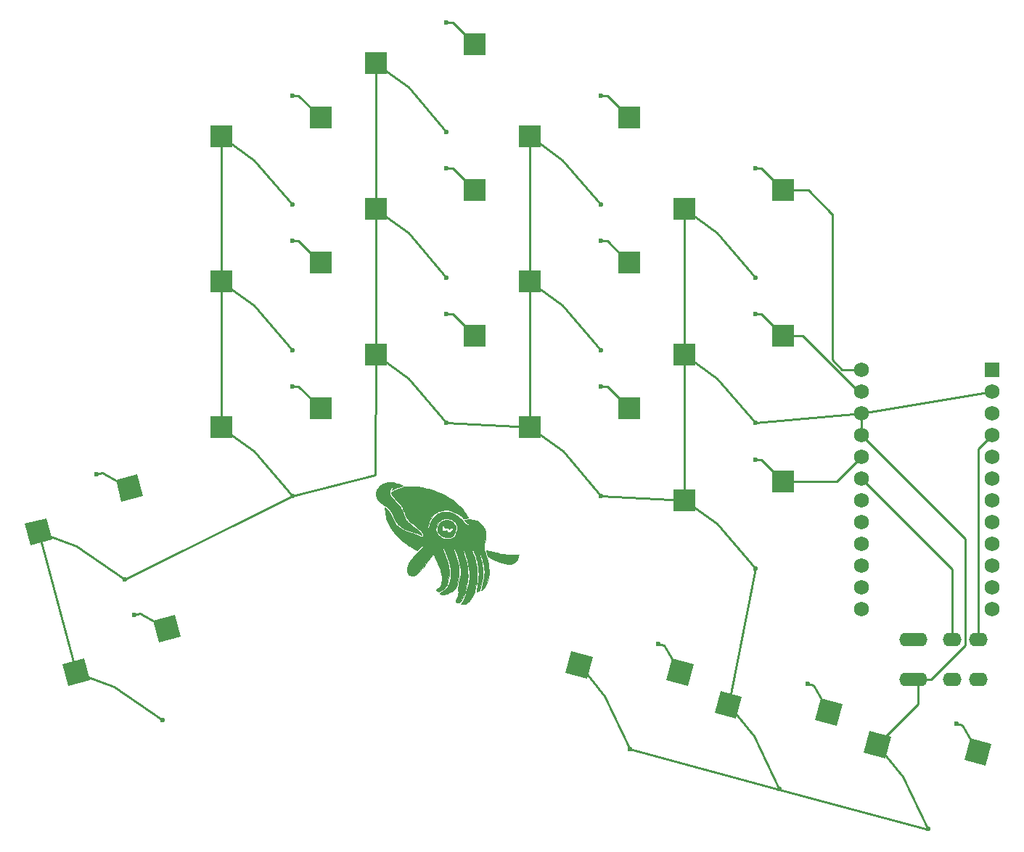
<source format=gbr>
%TF.GenerationSoftware,KiCad,Pcbnew,(5.1.9)-1*%
%TF.CreationDate,2021-04-26T16:03:13+02:00*%
%TF.ProjectId,sepia,73657069-612e-46b6-9963-61645f706362,VERSION_HERE*%
%TF.SameCoordinates,Original*%
%TF.FileFunction,Copper,L1,Top*%
%TF.FilePolarity,Positive*%
%FSLAX46Y46*%
G04 Gerber Fmt 4.6, Leading zero omitted, Abs format (unit mm)*
G04 Created by KiCad (PCBNEW (5.1.9)-1) date 2021-04-26 16:03:13*
%MOMM*%
%LPD*%
G01*
G04 APERTURE LIST*
%TA.AperFunction,EtchedComponent*%
%ADD10C,0.010000*%
%TD*%
%TA.AperFunction,ComponentPad*%
%ADD11O,2.200000X1.600000*%
%TD*%
%TA.AperFunction,ComponentPad*%
%ADD12R,1.752600X1.752600*%
%TD*%
%TA.AperFunction,ComponentPad*%
%ADD13C,1.752600*%
%TD*%
%TA.AperFunction,SMDPad,CuDef*%
%ADD14C,0.150000*%
%TD*%
%TA.AperFunction,ComponentPad*%
%ADD15C,0.600000*%
%TD*%
%TA.AperFunction,SMDPad,CuDef*%
%ADD16R,2.600000X2.600000*%
%TD*%
%TA.AperFunction,Conductor*%
%ADD17C,0.250000*%
%TD*%
G04 APERTURE END LIST*
D10*
%TO.C,G\u002A\u002A\u002A*%
G36*
X80941929Y-82472785D02*
G01*
X80808435Y-82460697D01*
X80677786Y-82472699D01*
X80530260Y-82509447D01*
X80467849Y-82529315D01*
X80272800Y-82619916D01*
X80104426Y-82752518D01*
X79964830Y-82924660D01*
X79856117Y-83133882D01*
X79795581Y-83315659D01*
X79761340Y-83504721D01*
X79766654Y-83674870D01*
X79813868Y-83832749D01*
X79905325Y-83984996D01*
X80043366Y-84138253D01*
X80106201Y-84196086D01*
X80185689Y-84265428D01*
X80247848Y-84314458D01*
X80306016Y-84350112D01*
X80373533Y-84379320D01*
X80463738Y-84409019D01*
X80583852Y-84444367D01*
X80718508Y-84481966D01*
X80817608Y-84505214D01*
X80893686Y-84516121D01*
X80959280Y-84516698D01*
X81005723Y-84512025D01*
X81216461Y-84467971D01*
X81390897Y-84394921D01*
X81537214Y-84288410D01*
X81652623Y-84158905D01*
X81695230Y-84096740D01*
X81729553Y-84031570D01*
X81760706Y-83950733D01*
X81793802Y-83841564D01*
X81820298Y-83743653D01*
X81855689Y-83582317D01*
X81573653Y-83506746D01*
X81544079Y-83595010D01*
X81473226Y-83708688D01*
X81432805Y-83762142D01*
X81326388Y-83868219D01*
X81215467Y-83925811D01*
X81104723Y-83935010D01*
X80998842Y-83895911D01*
X80902506Y-83808607D01*
X80861740Y-83750759D01*
X80815893Y-83676516D01*
X80674149Y-83714822D01*
X80581575Y-83732859D01*
X80496678Y-83737887D01*
X80457205Y-83733194D01*
X80383273Y-83688932D01*
X80323731Y-83605452D01*
X80282683Y-83493283D01*
X80264231Y-83362956D01*
X80268847Y-83249874D01*
X80294926Y-83149220D01*
X80338594Y-83094123D01*
X80394729Y-83084696D01*
X80458212Y-83121057D01*
X80523921Y-83203318D01*
X80546841Y-83243630D01*
X80618401Y-83380113D01*
X80729604Y-83371490D01*
X80872062Y-83375448D01*
X80987843Y-83414947D01*
X81075680Y-83480027D01*
X81156520Y-83555914D01*
X81210838Y-83509668D01*
X81327726Y-83424615D01*
X81425746Y-83383935D01*
X81503492Y-83387901D01*
X81559565Y-83436779D01*
X81562714Y-83442014D01*
X81573653Y-83506746D01*
X81855689Y-83582317D01*
X81867043Y-83530553D01*
X81883724Y-83350750D01*
X81868945Y-83195596D01*
X81821309Y-83056448D01*
X81739417Y-82924661D01*
X81675490Y-82847989D01*
X81544523Y-82721223D01*
X81404361Y-82625619D01*
X81239883Y-82552287D01*
X81097989Y-82508302D01*
X80941929Y-82472785D01*
G37*
X80941929Y-82472785D02*
X80808435Y-82460697D01*
X80677786Y-82472699D01*
X80530260Y-82509447D01*
X80467849Y-82529315D01*
X80272800Y-82619916D01*
X80104426Y-82752518D01*
X79964830Y-82924660D01*
X79856117Y-83133882D01*
X79795581Y-83315659D01*
X79761340Y-83504721D01*
X79766654Y-83674870D01*
X79813868Y-83832749D01*
X79905325Y-83984996D01*
X80043366Y-84138253D01*
X80106201Y-84196086D01*
X80185689Y-84265428D01*
X80247848Y-84314458D01*
X80306016Y-84350112D01*
X80373533Y-84379320D01*
X80463738Y-84409019D01*
X80583852Y-84444367D01*
X80718508Y-84481966D01*
X80817608Y-84505214D01*
X80893686Y-84516121D01*
X80959280Y-84516698D01*
X81005723Y-84512025D01*
X81216461Y-84467971D01*
X81390897Y-84394921D01*
X81537214Y-84288410D01*
X81652623Y-84158905D01*
X81695230Y-84096740D01*
X81729553Y-84031570D01*
X81760706Y-83950733D01*
X81793802Y-83841564D01*
X81820298Y-83743653D01*
X81855689Y-83582317D01*
X81573653Y-83506746D01*
X81544079Y-83595010D01*
X81473226Y-83708688D01*
X81432805Y-83762142D01*
X81326388Y-83868219D01*
X81215467Y-83925811D01*
X81104723Y-83935010D01*
X80998842Y-83895911D01*
X80902506Y-83808607D01*
X80861740Y-83750759D01*
X80815893Y-83676516D01*
X80674149Y-83714822D01*
X80581575Y-83732859D01*
X80496678Y-83737887D01*
X80457205Y-83733194D01*
X80383273Y-83688932D01*
X80323731Y-83605452D01*
X80282683Y-83493283D01*
X80264231Y-83362956D01*
X80268847Y-83249874D01*
X80294926Y-83149220D01*
X80338594Y-83094123D01*
X80394729Y-83084696D01*
X80458212Y-83121057D01*
X80523921Y-83203318D01*
X80546841Y-83243630D01*
X80618401Y-83380113D01*
X80729604Y-83371490D01*
X80872062Y-83375448D01*
X80987843Y-83414947D01*
X81075680Y-83480027D01*
X81156520Y-83555914D01*
X81210838Y-83509668D01*
X81327726Y-83424615D01*
X81425746Y-83383935D01*
X81503492Y-83387901D01*
X81559565Y-83436779D01*
X81562714Y-83442014D01*
X81573653Y-83506746D01*
X81855689Y-83582317D01*
X81867043Y-83530553D01*
X81883724Y-83350750D01*
X81868945Y-83195596D01*
X81821309Y-83056448D01*
X81739417Y-82924661D01*
X81675490Y-82847989D01*
X81544523Y-82721223D01*
X81404361Y-82625619D01*
X81239883Y-82552287D01*
X81097989Y-82508302D01*
X80941929Y-82472785D01*
G36*
X74629881Y-78088476D02*
G01*
X74450076Y-78052006D01*
X74299981Y-78031108D01*
X74230449Y-78027202D01*
X73931983Y-78044980D01*
X73658901Y-78105546D01*
X73407525Y-78210557D01*
X73174171Y-78361662D01*
X72955159Y-78560518D01*
X72893344Y-78627872D01*
X72732099Y-78810356D01*
X72656180Y-79093690D01*
X72623774Y-79217162D01*
X72603838Y-79306432D01*
X72595341Y-79376274D01*
X72597250Y-79441458D01*
X72608534Y-79516757D01*
X72621838Y-79585300D01*
X72678606Y-79811099D01*
X72752144Y-79997057D01*
X72846307Y-80152467D01*
X72870221Y-80183538D01*
X72963536Y-80283853D01*
X73094029Y-80400798D01*
X73253618Y-80527932D01*
X73434225Y-80658809D01*
X73623963Y-80784581D01*
X73831679Y-80923597D01*
X74000437Y-81054993D01*
X74139354Y-81187560D01*
X74257547Y-81330089D01*
X74364133Y-81491372D01*
X74373722Y-81507539D01*
X74442139Y-81632603D01*
X74518485Y-81786239D01*
X74593559Y-81949195D01*
X74658160Y-82102216D01*
X74659628Y-82105915D01*
X74765265Y-82354323D01*
X74870770Y-82561717D01*
X74982228Y-82737503D01*
X75105726Y-82891081D01*
X75247346Y-83031860D01*
X75273980Y-83055475D01*
X75412431Y-83171309D01*
X75547754Y-83272435D01*
X75687469Y-83362651D01*
X75839087Y-83445754D01*
X76010125Y-83525542D01*
X76208100Y-83605811D01*
X76440526Y-83690361D01*
X76711760Y-83781948D01*
X77015948Y-83885781D01*
X77313868Y-83994642D01*
X77591052Y-84103070D01*
X77830825Y-84204617D01*
X77888528Y-84228269D01*
X77911532Y-84227541D01*
X77910951Y-84199995D01*
X77908195Y-84187655D01*
X77873316Y-84097845D01*
X77806430Y-83994234D01*
X77705578Y-83874862D01*
X77568799Y-83737770D01*
X77394134Y-83581000D01*
X77179620Y-83402592D01*
X76923299Y-83200586D01*
X76911195Y-83191252D01*
X76718361Y-83041633D01*
X76561544Y-82917072D01*
X76435679Y-82812751D01*
X76335697Y-82723852D01*
X76256531Y-82645557D01*
X76193115Y-82573044D01*
X76140380Y-82501499D01*
X76093260Y-82426100D01*
X76077448Y-82398429D01*
X76040114Y-82330779D01*
X76006371Y-82266263D01*
X75973078Y-82197687D01*
X75937093Y-82117855D01*
X75895276Y-82019572D01*
X75844483Y-81895643D01*
X75781574Y-81738873D01*
X75703407Y-81542068D01*
X75702168Y-81538941D01*
X75631072Y-81363744D01*
X75565034Y-81213557D01*
X75498971Y-81081059D01*
X75427801Y-80958929D01*
X75346441Y-80839850D01*
X75249809Y-80716501D01*
X75132821Y-80581562D01*
X74990395Y-80427714D01*
X74817449Y-80247638D01*
X74775675Y-80204672D01*
X74622698Y-80046097D01*
X74501906Y-79916480D01*
X74408891Y-79809546D01*
X74339242Y-79719019D01*
X74288550Y-79638626D01*
X74252405Y-79562088D01*
X74226398Y-79483132D01*
X74206119Y-79395482D01*
X74205742Y-79393606D01*
X74185911Y-79281770D01*
X74179798Y-79196321D01*
X74188003Y-79114565D01*
X74211117Y-79013816D01*
X74216208Y-78994535D01*
X74268215Y-78838844D01*
X74329918Y-78720956D01*
X74398455Y-78644536D01*
X74470968Y-78613245D01*
X74511320Y-78616548D01*
X74553761Y-78647737D01*
X74554428Y-78706630D01*
X74513403Y-78792153D01*
X74495451Y-78819294D01*
X74451819Y-78886276D01*
X74421928Y-78939591D01*
X74415487Y-78955428D01*
X74432712Y-78956849D01*
X74486122Y-78936695D01*
X74567722Y-78898470D01*
X74669516Y-78845674D01*
X74683984Y-78837830D01*
X74903599Y-78729761D01*
X75158607Y-78626196D01*
X75455190Y-78524733D01*
X75617142Y-78475180D01*
X75711354Y-78447302D01*
X75431200Y-78334950D01*
X75240054Y-78263752D01*
X75035620Y-78197103D01*
X74828645Y-78137759D01*
X74629881Y-78088476D01*
G37*
X74629881Y-78088476D02*
X74450076Y-78052006D01*
X74299981Y-78031108D01*
X74230449Y-78027202D01*
X73931983Y-78044980D01*
X73658901Y-78105546D01*
X73407525Y-78210557D01*
X73174171Y-78361662D01*
X72955159Y-78560518D01*
X72893344Y-78627872D01*
X72732099Y-78810356D01*
X72656180Y-79093690D01*
X72623774Y-79217162D01*
X72603838Y-79306432D01*
X72595341Y-79376274D01*
X72597250Y-79441458D01*
X72608534Y-79516757D01*
X72621838Y-79585300D01*
X72678606Y-79811099D01*
X72752144Y-79997057D01*
X72846307Y-80152467D01*
X72870221Y-80183538D01*
X72963536Y-80283853D01*
X73094029Y-80400798D01*
X73253618Y-80527932D01*
X73434225Y-80658809D01*
X73623963Y-80784581D01*
X73831679Y-80923597D01*
X74000437Y-81054993D01*
X74139354Y-81187560D01*
X74257547Y-81330089D01*
X74364133Y-81491372D01*
X74373722Y-81507539D01*
X74442139Y-81632603D01*
X74518485Y-81786239D01*
X74593559Y-81949195D01*
X74658160Y-82102216D01*
X74659628Y-82105915D01*
X74765265Y-82354323D01*
X74870770Y-82561717D01*
X74982228Y-82737503D01*
X75105726Y-82891081D01*
X75247346Y-83031860D01*
X75273980Y-83055475D01*
X75412431Y-83171309D01*
X75547754Y-83272435D01*
X75687469Y-83362651D01*
X75839087Y-83445754D01*
X76010125Y-83525542D01*
X76208100Y-83605811D01*
X76440526Y-83690361D01*
X76711760Y-83781948D01*
X77015948Y-83885781D01*
X77313868Y-83994642D01*
X77591052Y-84103070D01*
X77830825Y-84204617D01*
X77888528Y-84228269D01*
X77911532Y-84227541D01*
X77910951Y-84199995D01*
X77908195Y-84187655D01*
X77873316Y-84097845D01*
X77806430Y-83994234D01*
X77705578Y-83874862D01*
X77568799Y-83737770D01*
X77394134Y-83581000D01*
X77179620Y-83402592D01*
X76923299Y-83200586D01*
X76911195Y-83191252D01*
X76718361Y-83041633D01*
X76561544Y-82917072D01*
X76435679Y-82812751D01*
X76335697Y-82723852D01*
X76256531Y-82645557D01*
X76193115Y-82573044D01*
X76140380Y-82501499D01*
X76093260Y-82426100D01*
X76077448Y-82398429D01*
X76040114Y-82330779D01*
X76006371Y-82266263D01*
X75973078Y-82197687D01*
X75937093Y-82117855D01*
X75895276Y-82019572D01*
X75844483Y-81895643D01*
X75781574Y-81738873D01*
X75703407Y-81542068D01*
X75702168Y-81538941D01*
X75631072Y-81363744D01*
X75565034Y-81213557D01*
X75498971Y-81081059D01*
X75427801Y-80958929D01*
X75346441Y-80839850D01*
X75249809Y-80716501D01*
X75132821Y-80581562D01*
X74990395Y-80427714D01*
X74817449Y-80247638D01*
X74775675Y-80204672D01*
X74622698Y-80046097D01*
X74501906Y-79916480D01*
X74408891Y-79809546D01*
X74339242Y-79719019D01*
X74288550Y-79638626D01*
X74252405Y-79562088D01*
X74226398Y-79483132D01*
X74206119Y-79395482D01*
X74205742Y-79393606D01*
X74185911Y-79281770D01*
X74179798Y-79196321D01*
X74188003Y-79114565D01*
X74211117Y-79013816D01*
X74216208Y-78994535D01*
X74268215Y-78838844D01*
X74329918Y-78720956D01*
X74398455Y-78644536D01*
X74470968Y-78613245D01*
X74511320Y-78616548D01*
X74553761Y-78647737D01*
X74554428Y-78706630D01*
X74513403Y-78792153D01*
X74495451Y-78819294D01*
X74451819Y-78886276D01*
X74421928Y-78939591D01*
X74415487Y-78955428D01*
X74432712Y-78956849D01*
X74486122Y-78936695D01*
X74567722Y-78898470D01*
X74669516Y-78845674D01*
X74683984Y-78837830D01*
X74903599Y-78729761D01*
X75158607Y-78626196D01*
X75455190Y-78524733D01*
X75617142Y-78475180D01*
X75711354Y-78447302D01*
X75431200Y-78334950D01*
X75240054Y-78263752D01*
X75035620Y-78197103D01*
X74828645Y-78137759D01*
X74629881Y-78088476D01*
G36*
X89180515Y-86498159D02*
G01*
X89104034Y-86495891D01*
X88995913Y-86494356D01*
X88865733Y-86493717D01*
X88790395Y-86493799D01*
X88482787Y-86494246D01*
X88218026Y-86492893D01*
X87988163Y-86488833D01*
X87785254Y-86481162D01*
X87601354Y-86468972D01*
X87428515Y-86451358D01*
X87258792Y-86427414D01*
X87084238Y-86396234D01*
X86896907Y-86356912D01*
X86688854Y-86308542D01*
X86452131Y-86250218D01*
X86285791Y-86208231D01*
X85419336Y-85988399D01*
X85539124Y-86345101D01*
X85658913Y-86701803D01*
X85908814Y-86848680D01*
X86158508Y-86991923D01*
X86379868Y-87110141D01*
X86585334Y-87208614D01*
X86787340Y-87292625D01*
X86998322Y-87367457D01*
X87230719Y-87438389D01*
X87419806Y-87490416D01*
X87599747Y-87537236D01*
X87740826Y-87571185D01*
X87852800Y-87594119D01*
X87945427Y-87607889D01*
X88028464Y-87614350D01*
X88078124Y-87615492D01*
X88307860Y-87600596D01*
X88506691Y-87550893D01*
X88680173Y-87463007D01*
X88833857Y-87333557D01*
X88973297Y-87159163D01*
X89060150Y-87017934D01*
X89113207Y-86913236D01*
X89159659Y-86802726D01*
X89196495Y-86696404D01*
X89220704Y-86604265D01*
X89229277Y-86536308D01*
X89219205Y-86502532D01*
X89215776Y-86500998D01*
X89180515Y-86498159D01*
G37*
X89180515Y-86498159D02*
X89104034Y-86495891D01*
X88995913Y-86494356D01*
X88865733Y-86493717D01*
X88790395Y-86493799D01*
X88482787Y-86494246D01*
X88218026Y-86492893D01*
X87988163Y-86488833D01*
X87785254Y-86481162D01*
X87601354Y-86468972D01*
X87428515Y-86451358D01*
X87258792Y-86427414D01*
X87084238Y-86396234D01*
X86896907Y-86356912D01*
X86688854Y-86308542D01*
X86452131Y-86250218D01*
X86285791Y-86208231D01*
X85419336Y-85988399D01*
X85539124Y-86345101D01*
X85658913Y-86701803D01*
X85908814Y-86848680D01*
X86158508Y-86991923D01*
X86379868Y-87110141D01*
X86585334Y-87208614D01*
X86787340Y-87292625D01*
X86998322Y-87367457D01*
X87230719Y-87438389D01*
X87419806Y-87490416D01*
X87599747Y-87537236D01*
X87740826Y-87571185D01*
X87852800Y-87594119D01*
X87945427Y-87607889D01*
X88028464Y-87614350D01*
X88078124Y-87615492D01*
X88307860Y-87600596D01*
X88506691Y-87550893D01*
X88680173Y-87463007D01*
X88833857Y-87333557D01*
X88973297Y-87159163D01*
X89060150Y-87017934D01*
X89113207Y-86913236D01*
X89159659Y-86802726D01*
X89196495Y-86696404D01*
X89220704Y-86604265D01*
X89229277Y-86536308D01*
X89219205Y-86502532D01*
X89215776Y-86500998D01*
X89180515Y-86498159D01*
G36*
X78528846Y-78778068D02*
G01*
X78250719Y-78713480D01*
X77979827Y-78658193D01*
X77730633Y-78615628D01*
X77575653Y-78595094D01*
X77399678Y-78577677D01*
X77203687Y-78562036D01*
X76998451Y-78548688D01*
X76794741Y-78538152D01*
X76603328Y-78530945D01*
X76434983Y-78527583D01*
X76300477Y-78528584D01*
X76244799Y-78531184D01*
X76091802Y-78551963D01*
X75904461Y-78593429D01*
X75693030Y-78651953D01*
X75467765Y-78723905D01*
X75238925Y-78805656D01*
X75016763Y-78893576D01*
X74811538Y-78984035D01*
X74633505Y-79073406D01*
X74515053Y-79143297D01*
X74437963Y-79195220D01*
X74395028Y-79232413D01*
X74377105Y-79266711D01*
X74375052Y-79309950D01*
X74375934Y-79323384D01*
X74396252Y-79411761D01*
X74446730Y-79515937D01*
X74529711Y-79639219D01*
X74647536Y-79784912D01*
X74802547Y-79956322D01*
X74886469Y-80044186D01*
X75071098Y-80236059D01*
X75224288Y-80399246D01*
X75350822Y-80540680D01*
X75455483Y-80667294D01*
X75543056Y-80786020D01*
X75618321Y-80903792D01*
X75686062Y-81027543D01*
X75751061Y-81164203D01*
X75818102Y-81320709D01*
X75889798Y-81498517D01*
X75948670Y-81646795D01*
X76006169Y-81791348D01*
X76057527Y-81920204D01*
X76097973Y-82021387D01*
X76115785Y-82065738D01*
X76165171Y-82178113D01*
X76220820Y-82281259D01*
X76287427Y-82380124D01*
X76369690Y-82479657D01*
X76472302Y-82584808D01*
X76599962Y-82700524D01*
X76757362Y-82831752D01*
X76949199Y-82983442D01*
X77088172Y-83090457D01*
X77327129Y-83276708D01*
X77526399Y-83440376D01*
X77689705Y-83585262D01*
X77820774Y-83715164D01*
X77923328Y-83833883D01*
X78001090Y-83945220D01*
X78057789Y-84052973D01*
X78076522Y-84098891D01*
X78113748Y-84213396D01*
X78124617Y-84295154D01*
X78109021Y-84354911D01*
X78073528Y-84397645D01*
X78034770Y-84424667D01*
X77990368Y-84432103D01*
X77923349Y-84420946D01*
X77877624Y-84409134D01*
X77788998Y-84380934D01*
X77674516Y-84338799D01*
X77554348Y-84290287D01*
X77513748Y-84272791D01*
X77423567Y-84235730D01*
X77295569Y-84186697D01*
X77140223Y-84129519D01*
X76967991Y-84068020D01*
X76789344Y-84006024D01*
X76711399Y-83979573D01*
X76431637Y-83883730D01*
X76194304Y-83798296D01*
X75992876Y-83720108D01*
X75820825Y-83646007D01*
X75671629Y-83572829D01*
X75538761Y-83497412D01*
X75415696Y-83416595D01*
X75295910Y-83327217D01*
X75194685Y-83244585D01*
X75041753Y-83107201D01*
X74912912Y-82970118D01*
X74801241Y-82823208D01*
X74699819Y-82656341D01*
X74601724Y-82459389D01*
X74505903Y-82236645D01*
X74377980Y-81939754D01*
X74256743Y-81692435D01*
X74142331Y-81494947D01*
X74053582Y-81370226D01*
X74005423Y-81317481D01*
X73937433Y-81252099D01*
X73859215Y-81182189D01*
X73780372Y-81115858D01*
X73710507Y-81061213D01*
X73659223Y-81026360D01*
X73637000Y-81018548D01*
X73632366Y-81047248D01*
X73635150Y-81117801D01*
X73644236Y-81221985D01*
X73658512Y-81351573D01*
X73676860Y-81498343D01*
X73698167Y-81654069D01*
X73721318Y-81810528D01*
X73745199Y-81959495D01*
X73768695Y-82092745D01*
X73790689Y-82202056D01*
X73805902Y-82264732D01*
X73866746Y-82450783D01*
X73952845Y-82665015D01*
X74058148Y-82895604D01*
X74176603Y-83130727D01*
X74302157Y-83358559D01*
X74428757Y-83567277D01*
X74550352Y-83745055D01*
X74590668Y-83797857D01*
X74802954Y-84050692D01*
X75045613Y-84312943D01*
X75308967Y-84575606D01*
X75583339Y-84829676D01*
X75859055Y-85066148D01*
X76126435Y-85276017D01*
X76343803Y-85429330D01*
X76425169Y-85480228D01*
X76534550Y-85544474D01*
X76663351Y-85617449D01*
X76802980Y-85694532D01*
X76944843Y-85771105D01*
X77080343Y-85842550D01*
X77200890Y-85904247D01*
X77297887Y-85951576D01*
X77362741Y-85979918D01*
X77377208Y-85984761D01*
X77407510Y-85971861D01*
X77467187Y-85930103D01*
X77548578Y-85865392D01*
X77644016Y-85783639D01*
X77680970Y-85750601D01*
X77791486Y-85652219D01*
X77872308Y-85584734D01*
X77930083Y-85543553D01*
X77971461Y-85524085D01*
X78003095Y-85521733D01*
X78010136Y-85523249D01*
X78057972Y-85550780D01*
X78074451Y-85580765D01*
X78057657Y-85611266D01*
X78006426Y-85672654D01*
X77923880Y-85761609D01*
X77813140Y-85874813D01*
X77677326Y-86008946D01*
X77615241Y-86069102D01*
X77328590Y-86352316D01*
X77077312Y-86615000D01*
X76863036Y-86855311D01*
X76687389Y-87071409D01*
X76551999Y-87261453D01*
X76529967Y-87296060D01*
X76476673Y-87384762D01*
X76435097Y-87463956D01*
X76399985Y-87546758D01*
X76366085Y-87646280D01*
X76328140Y-87775636D01*
X76306417Y-87854116D01*
X76267486Y-87999450D01*
X76241356Y-88107810D01*
X76226241Y-88190880D01*
X76220351Y-88260346D01*
X76221899Y-88327893D01*
X76226237Y-88378170D01*
X76252985Y-88517655D01*
X76301389Y-88657603D01*
X76364305Y-88781316D01*
X76434587Y-88872097D01*
X76439593Y-88876782D01*
X76524074Y-88929176D01*
X76638918Y-88968989D01*
X76764310Y-88991579D01*
X76880438Y-88992305D01*
X76911549Y-88987345D01*
X77036763Y-88950182D01*
X77165988Y-88890029D01*
X77301411Y-88804657D01*
X77445218Y-88691840D01*
X77599594Y-88549353D01*
X77766727Y-88374968D01*
X77948804Y-88166459D01*
X78148007Y-87921600D01*
X78366526Y-87638164D01*
X78606546Y-87313925D01*
X78750837Y-87114153D01*
X78882217Y-86931216D01*
X78987607Y-86785643D01*
X79070398Y-86673351D01*
X79133980Y-86590262D01*
X79181747Y-86532295D01*
X79217086Y-86495374D01*
X79243390Y-86475416D01*
X79264050Y-86468342D01*
X79282457Y-86470073D01*
X79285504Y-86470920D01*
X79311130Y-86498283D01*
X79353283Y-86566683D01*
X79409244Y-86670142D01*
X79476301Y-86802681D01*
X79551736Y-86958321D01*
X79632835Y-87131087D01*
X79716880Y-87314997D01*
X79801157Y-87504075D01*
X79882950Y-87692343D01*
X79959544Y-87873822D01*
X80028221Y-88042533D01*
X80086268Y-88192501D01*
X80130968Y-88317744D01*
X80146678Y-88366644D01*
X80238893Y-88741479D01*
X80282456Y-89103554D01*
X80277434Y-89454495D01*
X80223892Y-89795927D01*
X80208348Y-89859440D01*
X80168293Y-90005799D01*
X80130176Y-90114087D01*
X80085597Y-90195974D01*
X80026159Y-90263125D01*
X79943462Y-90327208D01*
X79829109Y-90399891D01*
X79811707Y-90410442D01*
X79684420Y-90496386D01*
X79606124Y-90571687D01*
X79576545Y-90638083D01*
X79595403Y-90697307D01*
X79662423Y-90751096D01*
X79750905Y-90791523D01*
X79894080Y-90846017D01*
X80216302Y-90653784D01*
X80376733Y-90554195D01*
X80508221Y-90461159D01*
X80615772Y-90367245D01*
X80704393Y-90265026D01*
X80779090Y-90147074D01*
X80844871Y-90005960D01*
X80906741Y-89834254D01*
X80969707Y-89624531D01*
X81010703Y-89475087D01*
X81074989Y-89214291D01*
X81118400Y-88980984D01*
X81141130Y-88762570D01*
X81143368Y-88546450D01*
X81125308Y-88320029D01*
X81087139Y-88070709D01*
X81035893Y-87816973D01*
X80989711Y-87618609D01*
X80938054Y-87424184D01*
X80877999Y-87224807D01*
X80806630Y-87011584D01*
X80721025Y-86775625D01*
X80618264Y-86508039D01*
X80546952Y-86328092D01*
X80473682Y-86142009D01*
X80419728Y-85997893D01*
X80383677Y-85891336D01*
X80364113Y-85817925D01*
X80359621Y-85773251D01*
X80363970Y-85757754D01*
X80406324Y-85725113D01*
X80457554Y-85738284D01*
X80512435Y-85794278D01*
X80555093Y-85867147D01*
X80584220Y-85931113D01*
X80627830Y-86032114D01*
X80681640Y-86159978D01*
X80741365Y-86304533D01*
X80797710Y-86443171D01*
X80974526Y-86910689D01*
X81114764Y-87347367D01*
X81218722Y-87757307D01*
X81286698Y-88144610D01*
X81318988Y-88513382D01*
X81315891Y-88867723D01*
X81277700Y-89211736D01*
X81204716Y-89549524D01*
X81097233Y-89885189D01*
X81054768Y-89994891D01*
X80952959Y-90211760D01*
X80832119Y-90397199D01*
X80684455Y-90559696D01*
X80502173Y-90707740D01*
X80277479Y-90849815D01*
X80261337Y-90858979D01*
X80153243Y-90923162D01*
X80085100Y-90973302D01*
X80050551Y-91016238D01*
X80043238Y-91058811D01*
X80049299Y-91087089D01*
X80081665Y-91112161D01*
X80154958Y-91131236D01*
X80259562Y-91143485D01*
X80385864Y-91148071D01*
X80524256Y-91144162D01*
X80618288Y-91136444D01*
X80744348Y-91117376D01*
X80872266Y-91084851D01*
X81012150Y-91035277D01*
X81174110Y-90965066D01*
X81368258Y-90870625D01*
X81371878Y-90868799D01*
X81487772Y-90806587D01*
X81576193Y-90747452D01*
X81655123Y-90677193D01*
X81742543Y-90581614D01*
X81757276Y-90564478D01*
X81839387Y-90465115D01*
X81896538Y-90384372D01*
X81939120Y-90304385D01*
X81977525Y-90207291D01*
X81995851Y-90154328D01*
X82042989Y-89999201D01*
X82091865Y-89811040D01*
X82139808Y-89602963D01*
X82184142Y-89388089D01*
X82222196Y-89179537D01*
X82251296Y-88990426D01*
X82268768Y-88833873D01*
X82270790Y-88805054D01*
X82274045Y-88360312D01*
X82232157Y-87899582D01*
X82146171Y-87428029D01*
X82017131Y-86950819D01*
X81846083Y-86473114D01*
X81756147Y-86260405D01*
X81690651Y-86105289D01*
X81650000Y-85989965D01*
X81633414Y-85910365D01*
X81640109Y-85862417D01*
X81669305Y-85842054D01*
X81675594Y-85841126D01*
X81727491Y-85852901D01*
X81780781Y-85901978D01*
X81839440Y-85992898D01*
X81882948Y-86077868D01*
X82040540Y-86432030D01*
X82168561Y-86781567D01*
X82272894Y-87144509D01*
X82359008Y-87536716D01*
X82416799Y-87881854D01*
X82452190Y-88205478D01*
X82464657Y-88517735D01*
X82453675Y-88828775D01*
X82418720Y-89148740D01*
X82359266Y-89487779D01*
X82274787Y-89856037D01*
X82230154Y-90027701D01*
X82113176Y-90464350D01*
X82162945Y-90667590D01*
X82198238Y-90898491D01*
X82195435Y-91049776D01*
X82186142Y-91129191D01*
X82172575Y-91197135D01*
X82150325Y-91266228D01*
X82114979Y-91349083D01*
X82062126Y-91458317D01*
X82030704Y-91520928D01*
X81959884Y-91663044D01*
X81910324Y-91768474D01*
X81879367Y-91845345D01*
X81864350Y-91901783D01*
X81862613Y-91945917D01*
X81871496Y-91985876D01*
X81875110Y-91996289D01*
X81896836Y-92036336D01*
X81935636Y-92063833D01*
X82005680Y-92087406D01*
X82039030Y-92096033D01*
X82154631Y-92122213D01*
X82236755Y-92129310D01*
X82300562Y-92112903D01*
X82361215Y-92068572D01*
X82433871Y-91991897D01*
X82446951Y-91977096D01*
X82567602Y-91821606D01*
X82678201Y-91638908D01*
X82781054Y-91423862D01*
X82878462Y-91171325D01*
X82972727Y-90876157D01*
X83027622Y-90680602D01*
X83123726Y-90300468D01*
X83199419Y-89945515D01*
X83254510Y-89608735D01*
X83288803Y-89283121D01*
X83302108Y-88961663D01*
X83294229Y-88637353D01*
X83264973Y-88303183D01*
X83214147Y-87952145D01*
X83141558Y-87577229D01*
X83047012Y-87171429D01*
X82930315Y-86727736D01*
X82917229Y-86680324D01*
X82870770Y-86507751D01*
X82831730Y-86353039D01*
X82801647Y-86223024D01*
X82782058Y-86124552D01*
X82774500Y-86064462D01*
X82775787Y-86050765D01*
X82812460Y-86014922D01*
X82864426Y-86014905D01*
X82913501Y-86048330D01*
X82928371Y-86070769D01*
X82951480Y-86128675D01*
X82984177Y-86228355D01*
X83024410Y-86362132D01*
X83070129Y-86522328D01*
X83119285Y-86701269D01*
X83169827Y-86891278D01*
X83219704Y-87084680D01*
X83266867Y-87273796D01*
X83309266Y-87450954D01*
X83344851Y-87608473D01*
X83365548Y-87707663D01*
X83434887Y-88114065D01*
X83475705Y-88499759D01*
X83488578Y-88881010D01*
X83474090Y-89274083D01*
X83435620Y-89672345D01*
X83417240Y-89784971D01*
X83384031Y-89943431D01*
X83336598Y-90145157D01*
X83275545Y-90387583D01*
X83201475Y-90668142D01*
X83199856Y-90674160D01*
X83127686Y-90937925D01*
X83064215Y-91158627D01*
X83006839Y-91342728D01*
X82952956Y-91496690D01*
X82899963Y-91626977D01*
X82845257Y-91740053D01*
X82786235Y-91842378D01*
X82720296Y-91940419D01*
X82654533Y-92028209D01*
X82580631Y-92126990D01*
X82538674Y-92195266D01*
X82526684Y-92240352D01*
X82542685Y-92269561D01*
X82583826Y-92289900D01*
X82649345Y-92301147D01*
X82740755Y-92303203D01*
X82804933Y-92298892D01*
X82968631Y-92258639D01*
X83140869Y-92175115D01*
X83313782Y-92053129D01*
X83479504Y-91897486D01*
X83502168Y-91872745D01*
X83615529Y-91741438D01*
X83712024Y-91616060D01*
X83795250Y-91488981D01*
X83868802Y-91352572D01*
X83936272Y-91199204D01*
X84001256Y-91021247D01*
X84067350Y-90811070D01*
X84138148Y-90561046D01*
X84162328Y-90471582D01*
X84227257Y-90222154D01*
X84277867Y-90008044D01*
X84316033Y-89816414D01*
X84343625Y-89634433D01*
X84362517Y-89449264D01*
X84374583Y-89248074D01*
X84381694Y-89018028D01*
X84382811Y-88960481D01*
X84379385Y-88499555D01*
X84350494Y-88072442D01*
X84293965Y-87667809D01*
X84207620Y-87274321D01*
X84089284Y-86880644D01*
X83936783Y-86475444D01*
X83879876Y-86340254D01*
X83827093Y-86212872D01*
X83795506Y-86123072D01*
X83783021Y-86063284D01*
X83787552Y-86025941D01*
X83791162Y-86019124D01*
X83828857Y-85988511D01*
X83884100Y-85997785D01*
X83927074Y-86036074D01*
X83979929Y-86117117D01*
X84040207Y-86234388D01*
X84105450Y-86381363D01*
X84173201Y-86551514D01*
X84241000Y-86738318D01*
X84306391Y-86935247D01*
X84366915Y-87135779D01*
X84420114Y-87333387D01*
X84463530Y-87521546D01*
X84469930Y-87552971D01*
X84530492Y-87941888D01*
X84565295Y-88361883D01*
X84574626Y-88800416D01*
X84558776Y-89244950D01*
X84518035Y-89682950D01*
X84452691Y-90101879D01*
X84405990Y-90321228D01*
X84369027Y-90479547D01*
X84343217Y-90596069D01*
X84327600Y-90678331D01*
X84321223Y-90733873D01*
X84323125Y-90770233D01*
X84332349Y-90794950D01*
X84343823Y-90810768D01*
X84383029Y-90850213D01*
X84419594Y-90860990D01*
X84465298Y-90840738D01*
X84531917Y-90787096D01*
X84552342Y-90768977D01*
X84668617Y-90664978D01*
X84835995Y-89931667D01*
X84880581Y-89733421D01*
X84922830Y-89540088D01*
X84960935Y-89360375D01*
X84993085Y-89202985D01*
X85017469Y-89076625D01*
X85032278Y-88990000D01*
X85033301Y-88982861D01*
X85057413Y-88757886D01*
X85065660Y-88535036D01*
X85057121Y-88306868D01*
X85030871Y-88065943D01*
X84985988Y-87804818D01*
X84921549Y-87516052D01*
X84836631Y-87192204D01*
X84791424Y-87032814D01*
X84740517Y-86854819D01*
X84703437Y-86719135D01*
X84679063Y-86619525D01*
X84666272Y-86549749D01*
X84663946Y-86503569D01*
X84670962Y-86474745D01*
X84686201Y-86457039D01*
X84687776Y-86455892D01*
X84722450Y-86437842D01*
X84754549Y-86438121D01*
X84785874Y-86460685D01*
X84818218Y-86509491D01*
X84853380Y-86588495D01*
X84893156Y-86701657D01*
X84939343Y-86852930D01*
X84993737Y-87046275D01*
X85049071Y-87251550D01*
X85117100Y-87516940D01*
X85171620Y-87756401D01*
X85212486Y-87977054D01*
X85239559Y-88186019D01*
X85252692Y-88390417D01*
X85251745Y-88597368D01*
X85236573Y-88813993D01*
X85207034Y-89047412D01*
X85162985Y-89304746D01*
X85104282Y-89593114D01*
X85030783Y-89919639D01*
X84992189Y-90083676D01*
X84942716Y-90295735D01*
X84906338Y-90460712D01*
X84882691Y-90580512D01*
X84871412Y-90657038D01*
X84872140Y-90692195D01*
X84875694Y-90695101D01*
X84933350Y-90671327D01*
X85008193Y-90608271D01*
X85095304Y-90512388D01*
X85189765Y-90390135D01*
X85286653Y-90247965D01*
X85381054Y-90092335D01*
X85468044Y-89929700D01*
X85484416Y-89896286D01*
X85565379Y-89703157D01*
X85638782Y-89480714D01*
X85700516Y-89245458D01*
X85746478Y-89013890D01*
X85772562Y-88802511D01*
X85776646Y-88721859D01*
X85774487Y-88355716D01*
X85749525Y-88003608D01*
X85699844Y-87653744D01*
X85623532Y-87294332D01*
X85518673Y-86913583D01*
X85445765Y-86683604D01*
X85391368Y-86518447D01*
X85339253Y-86359494D01*
X85292658Y-86216676D01*
X85254820Y-86099923D01*
X85228977Y-86019164D01*
X85225049Y-86006655D01*
X85197519Y-85902761D01*
X85181510Y-85797963D01*
X85177515Y-85684166D01*
X85186025Y-85553275D01*
X85207534Y-85397192D01*
X85242534Y-85207823D01*
X85286237Y-85001049D01*
X85335019Y-84772946D01*
X85342151Y-84736159D01*
X81994912Y-83839270D01*
X81937688Y-84016086D01*
X81893510Y-84119327D01*
X81776258Y-84307885D01*
X81626302Y-84461296D01*
X81448865Y-84578203D01*
X81249174Y-84657251D01*
X81032453Y-84697084D01*
X80803928Y-84696346D01*
X80568824Y-84653682D01*
X80332367Y-84567737D01*
X80273982Y-84539497D01*
X80082662Y-84421690D01*
X79908534Y-84275209D01*
X79764853Y-84112102D01*
X79705292Y-84022549D01*
X79616878Y-83838806D01*
X79571692Y-83656788D01*
X79569414Y-83468437D01*
X79609722Y-83265694D01*
X79668337Y-83097777D01*
X79784369Y-82859994D01*
X79924495Y-82665634D01*
X80091257Y-82512115D01*
X80287200Y-82396857D01*
X80405640Y-82349755D01*
X80563899Y-82300813D01*
X80697880Y-82273960D01*
X80824341Y-82268832D01*
X80960041Y-82285065D01*
X81121734Y-82322296D01*
X81162653Y-82333321D01*
X81294388Y-82371064D01*
X81390974Y-82403904D01*
X81466821Y-82438089D01*
X81536342Y-82479865D01*
X81592853Y-82519831D01*
X81762481Y-82666013D01*
X81901195Y-82829481D01*
X82002475Y-83001249D01*
X82057237Y-83160013D01*
X82071428Y-83297586D01*
X82064175Y-83466000D01*
X82037872Y-83651234D01*
X81994912Y-83839270D01*
X85342151Y-84736159D01*
X85371387Y-84585329D01*
X85395814Y-84429545D01*
X85408780Y-84296944D01*
X85410765Y-84178872D01*
X85402244Y-84066681D01*
X85383696Y-83951717D01*
X85355600Y-83825331D01*
X85352001Y-83810583D01*
X85277541Y-83566561D01*
X85178694Y-83353548D01*
X85048158Y-83159657D01*
X84878633Y-82973005D01*
X84782613Y-82883689D01*
X84633145Y-82758011D01*
X84494130Y-82659649D01*
X84353734Y-82583289D01*
X84200121Y-82523615D01*
X84021457Y-82475311D01*
X83805906Y-82433061D01*
X83763337Y-82425864D01*
X83622219Y-82403168D01*
X83516608Y-82389366D01*
X83432010Y-82384369D01*
X83353934Y-82388089D01*
X83267887Y-82400436D01*
X83159376Y-82421320D01*
X83155375Y-82422127D01*
X82891236Y-82475464D01*
X82977552Y-82587402D01*
X83066024Y-82690121D01*
X83160604Y-82770710D01*
X83279352Y-82843545D01*
X83336369Y-82873081D01*
X83425008Y-82925931D01*
X83467050Y-82974883D01*
X83465857Y-83025253D01*
X83449952Y-83052831D01*
X83427470Y-83069700D01*
X83388275Y-83069870D01*
X83320678Y-83052120D01*
X83264890Y-83033491D01*
X83154528Y-82988705D01*
X83057965Y-82932460D01*
X82966176Y-82857034D01*
X82870136Y-82754711D01*
X82760823Y-82617768D01*
X82728371Y-82574542D01*
X82551321Y-82355869D01*
X82365517Y-82167934D01*
X82160817Y-82002675D01*
X81927077Y-81852035D01*
X81654154Y-81707952D01*
X81612692Y-81688060D01*
X81362031Y-81583776D01*
X81122585Y-81517209D01*
X80882026Y-81486925D01*
X80628029Y-81491486D01*
X80348267Y-81529456D01*
X80311194Y-81536417D01*
X80093732Y-81588466D01*
X79906670Y-81657953D01*
X79738407Y-81751721D01*
X79577342Y-81876603D01*
X79411875Y-82039440D01*
X79358555Y-82097931D01*
X79252939Y-82219542D01*
X79169156Y-82326424D01*
X79101453Y-82429466D01*
X79044078Y-82539553D01*
X78991277Y-82667572D01*
X78937297Y-82824409D01*
X78883839Y-82996275D01*
X78835826Y-83154229D01*
X78799632Y-83269959D01*
X78772453Y-83349889D01*
X78751480Y-83400446D01*
X78733909Y-83428052D01*
X78716934Y-83439133D01*
X78697749Y-83440114D01*
X78690353Y-83439304D01*
X78653389Y-83424756D01*
X78632331Y-83388443D01*
X78627346Y-83325035D01*
X78638603Y-83229203D01*
X78666267Y-83095616D01*
X78706164Y-82935519D01*
X78753315Y-82764472D01*
X78796258Y-82631458D01*
X78839306Y-82524430D01*
X78886599Y-82431650D01*
X79003817Y-82247708D01*
X79144825Y-82063350D01*
X79301003Y-81887461D01*
X79463727Y-81728934D01*
X79624378Y-81596654D01*
X79774333Y-81499511D01*
X79806924Y-81482821D01*
X79911190Y-81442271D01*
X80051572Y-81401213D01*
X80213521Y-81362807D01*
X80382484Y-81330209D01*
X80543911Y-81306577D01*
X80669424Y-81295646D01*
X80868808Y-81294291D01*
X81056489Y-81311936D01*
X81243726Y-81351326D01*
X81441775Y-81415207D01*
X81661895Y-81506327D01*
X81802872Y-81572140D01*
X82072120Y-81715543D01*
X82312136Y-81874746D01*
X82539509Y-82061667D01*
X82705067Y-82220476D01*
X82787943Y-82304314D01*
X83044343Y-82252276D01*
X83300744Y-82200237D01*
X83231771Y-82051903D01*
X83166132Y-81924150D01*
X83076793Y-81769096D01*
X82971726Y-81599159D01*
X82858906Y-81426753D01*
X82746306Y-81264295D01*
X82641899Y-81124202D01*
X82611787Y-81086450D01*
X82497773Y-80957848D01*
X82351210Y-80809838D01*
X82181888Y-80651084D01*
X81999594Y-80490251D01*
X81814118Y-80336007D01*
X81635247Y-80197018D01*
X81490912Y-80094095D01*
X81147382Y-79877254D01*
X80761680Y-79661180D01*
X80342319Y-79450074D01*
X79897812Y-79248140D01*
X79436669Y-79059583D01*
X79262020Y-78993487D01*
X79048959Y-78921488D01*
X78799747Y-78848544D01*
X78528846Y-78778068D01*
G37*
X78528846Y-78778068D02*
X78250719Y-78713480D01*
X77979827Y-78658193D01*
X77730633Y-78615628D01*
X77575653Y-78595094D01*
X77399678Y-78577677D01*
X77203687Y-78562036D01*
X76998451Y-78548688D01*
X76794741Y-78538152D01*
X76603328Y-78530945D01*
X76434983Y-78527583D01*
X76300477Y-78528584D01*
X76244799Y-78531184D01*
X76091802Y-78551963D01*
X75904461Y-78593429D01*
X75693030Y-78651953D01*
X75467765Y-78723905D01*
X75238925Y-78805656D01*
X75016763Y-78893576D01*
X74811538Y-78984035D01*
X74633505Y-79073406D01*
X74515053Y-79143297D01*
X74437963Y-79195220D01*
X74395028Y-79232413D01*
X74377105Y-79266711D01*
X74375052Y-79309950D01*
X74375934Y-79323384D01*
X74396252Y-79411761D01*
X74446730Y-79515937D01*
X74529711Y-79639219D01*
X74647536Y-79784912D01*
X74802547Y-79956322D01*
X74886469Y-80044186D01*
X75071098Y-80236059D01*
X75224288Y-80399246D01*
X75350822Y-80540680D01*
X75455483Y-80667294D01*
X75543056Y-80786020D01*
X75618321Y-80903792D01*
X75686062Y-81027543D01*
X75751061Y-81164203D01*
X75818102Y-81320709D01*
X75889798Y-81498517D01*
X75948670Y-81646795D01*
X76006169Y-81791348D01*
X76057527Y-81920204D01*
X76097973Y-82021387D01*
X76115785Y-82065738D01*
X76165171Y-82178113D01*
X76220820Y-82281259D01*
X76287427Y-82380124D01*
X76369690Y-82479657D01*
X76472302Y-82584808D01*
X76599962Y-82700524D01*
X76757362Y-82831752D01*
X76949199Y-82983442D01*
X77088172Y-83090457D01*
X77327129Y-83276708D01*
X77526399Y-83440376D01*
X77689705Y-83585262D01*
X77820774Y-83715164D01*
X77923328Y-83833883D01*
X78001090Y-83945220D01*
X78057789Y-84052973D01*
X78076522Y-84098891D01*
X78113748Y-84213396D01*
X78124617Y-84295154D01*
X78109021Y-84354911D01*
X78073528Y-84397645D01*
X78034770Y-84424667D01*
X77990368Y-84432103D01*
X77923349Y-84420946D01*
X77877624Y-84409134D01*
X77788998Y-84380934D01*
X77674516Y-84338799D01*
X77554348Y-84290287D01*
X77513748Y-84272791D01*
X77423567Y-84235730D01*
X77295569Y-84186697D01*
X77140223Y-84129519D01*
X76967991Y-84068020D01*
X76789344Y-84006024D01*
X76711399Y-83979573D01*
X76431637Y-83883730D01*
X76194304Y-83798296D01*
X75992876Y-83720108D01*
X75820825Y-83646007D01*
X75671629Y-83572829D01*
X75538761Y-83497412D01*
X75415696Y-83416595D01*
X75295910Y-83327217D01*
X75194685Y-83244585D01*
X75041753Y-83107201D01*
X74912912Y-82970118D01*
X74801241Y-82823208D01*
X74699819Y-82656341D01*
X74601724Y-82459389D01*
X74505903Y-82236645D01*
X74377980Y-81939754D01*
X74256743Y-81692435D01*
X74142331Y-81494947D01*
X74053582Y-81370226D01*
X74005423Y-81317481D01*
X73937433Y-81252099D01*
X73859215Y-81182189D01*
X73780372Y-81115858D01*
X73710507Y-81061213D01*
X73659223Y-81026360D01*
X73637000Y-81018548D01*
X73632366Y-81047248D01*
X73635150Y-81117801D01*
X73644236Y-81221985D01*
X73658512Y-81351573D01*
X73676860Y-81498343D01*
X73698167Y-81654069D01*
X73721318Y-81810528D01*
X73745199Y-81959495D01*
X73768695Y-82092745D01*
X73790689Y-82202056D01*
X73805902Y-82264732D01*
X73866746Y-82450783D01*
X73952845Y-82665015D01*
X74058148Y-82895604D01*
X74176603Y-83130727D01*
X74302157Y-83358559D01*
X74428757Y-83567277D01*
X74550352Y-83745055D01*
X74590668Y-83797857D01*
X74802954Y-84050692D01*
X75045613Y-84312943D01*
X75308967Y-84575606D01*
X75583339Y-84829676D01*
X75859055Y-85066148D01*
X76126435Y-85276017D01*
X76343803Y-85429330D01*
X76425169Y-85480228D01*
X76534550Y-85544474D01*
X76663351Y-85617449D01*
X76802980Y-85694532D01*
X76944843Y-85771105D01*
X77080343Y-85842550D01*
X77200890Y-85904247D01*
X77297887Y-85951576D01*
X77362741Y-85979918D01*
X77377208Y-85984761D01*
X77407510Y-85971861D01*
X77467187Y-85930103D01*
X77548578Y-85865392D01*
X77644016Y-85783639D01*
X77680970Y-85750601D01*
X77791486Y-85652219D01*
X77872308Y-85584734D01*
X77930083Y-85543553D01*
X77971461Y-85524085D01*
X78003095Y-85521733D01*
X78010136Y-85523249D01*
X78057972Y-85550780D01*
X78074451Y-85580765D01*
X78057657Y-85611266D01*
X78006426Y-85672654D01*
X77923880Y-85761609D01*
X77813140Y-85874813D01*
X77677326Y-86008946D01*
X77615241Y-86069102D01*
X77328590Y-86352316D01*
X77077312Y-86615000D01*
X76863036Y-86855311D01*
X76687389Y-87071409D01*
X76551999Y-87261453D01*
X76529967Y-87296060D01*
X76476673Y-87384762D01*
X76435097Y-87463956D01*
X76399985Y-87546758D01*
X76366085Y-87646280D01*
X76328140Y-87775636D01*
X76306417Y-87854116D01*
X76267486Y-87999450D01*
X76241356Y-88107810D01*
X76226241Y-88190880D01*
X76220351Y-88260346D01*
X76221899Y-88327893D01*
X76226237Y-88378170D01*
X76252985Y-88517655D01*
X76301389Y-88657603D01*
X76364305Y-88781316D01*
X76434587Y-88872097D01*
X76439593Y-88876782D01*
X76524074Y-88929176D01*
X76638918Y-88968989D01*
X76764310Y-88991579D01*
X76880438Y-88992305D01*
X76911549Y-88987345D01*
X77036763Y-88950182D01*
X77165988Y-88890029D01*
X77301411Y-88804657D01*
X77445218Y-88691840D01*
X77599594Y-88549353D01*
X77766727Y-88374968D01*
X77948804Y-88166459D01*
X78148007Y-87921600D01*
X78366526Y-87638164D01*
X78606546Y-87313925D01*
X78750837Y-87114153D01*
X78882217Y-86931216D01*
X78987607Y-86785643D01*
X79070398Y-86673351D01*
X79133980Y-86590262D01*
X79181747Y-86532295D01*
X79217086Y-86495374D01*
X79243390Y-86475416D01*
X79264050Y-86468342D01*
X79282457Y-86470073D01*
X79285504Y-86470920D01*
X79311130Y-86498283D01*
X79353283Y-86566683D01*
X79409244Y-86670142D01*
X79476301Y-86802681D01*
X79551736Y-86958321D01*
X79632835Y-87131087D01*
X79716880Y-87314997D01*
X79801157Y-87504075D01*
X79882950Y-87692343D01*
X79959544Y-87873822D01*
X80028221Y-88042533D01*
X80086268Y-88192501D01*
X80130968Y-88317744D01*
X80146678Y-88366644D01*
X80238893Y-88741479D01*
X80282456Y-89103554D01*
X80277434Y-89454495D01*
X80223892Y-89795927D01*
X80208348Y-89859440D01*
X80168293Y-90005799D01*
X80130176Y-90114087D01*
X80085597Y-90195974D01*
X80026159Y-90263125D01*
X79943462Y-90327208D01*
X79829109Y-90399891D01*
X79811707Y-90410442D01*
X79684420Y-90496386D01*
X79606124Y-90571687D01*
X79576545Y-90638083D01*
X79595403Y-90697307D01*
X79662423Y-90751096D01*
X79750905Y-90791523D01*
X79894080Y-90846017D01*
X80216302Y-90653784D01*
X80376733Y-90554195D01*
X80508221Y-90461159D01*
X80615772Y-90367245D01*
X80704393Y-90265026D01*
X80779090Y-90147074D01*
X80844871Y-90005960D01*
X80906741Y-89834254D01*
X80969707Y-89624531D01*
X81010703Y-89475087D01*
X81074989Y-89214291D01*
X81118400Y-88980984D01*
X81141130Y-88762570D01*
X81143368Y-88546450D01*
X81125308Y-88320029D01*
X81087139Y-88070709D01*
X81035893Y-87816973D01*
X80989711Y-87618609D01*
X80938054Y-87424184D01*
X80877999Y-87224807D01*
X80806630Y-87011584D01*
X80721025Y-86775625D01*
X80618264Y-86508039D01*
X80546952Y-86328092D01*
X80473682Y-86142009D01*
X80419728Y-85997893D01*
X80383677Y-85891336D01*
X80364113Y-85817925D01*
X80359621Y-85773251D01*
X80363970Y-85757754D01*
X80406324Y-85725113D01*
X80457554Y-85738284D01*
X80512435Y-85794278D01*
X80555093Y-85867147D01*
X80584220Y-85931113D01*
X80627830Y-86032114D01*
X80681640Y-86159978D01*
X80741365Y-86304533D01*
X80797710Y-86443171D01*
X80974526Y-86910689D01*
X81114764Y-87347367D01*
X81218722Y-87757307D01*
X81286698Y-88144610D01*
X81318988Y-88513382D01*
X81315891Y-88867723D01*
X81277700Y-89211736D01*
X81204716Y-89549524D01*
X81097233Y-89885189D01*
X81054768Y-89994891D01*
X80952959Y-90211760D01*
X80832119Y-90397199D01*
X80684455Y-90559696D01*
X80502173Y-90707740D01*
X80277479Y-90849815D01*
X80261337Y-90858979D01*
X80153243Y-90923162D01*
X80085100Y-90973302D01*
X80050551Y-91016238D01*
X80043238Y-91058811D01*
X80049299Y-91087089D01*
X80081665Y-91112161D01*
X80154958Y-91131236D01*
X80259562Y-91143485D01*
X80385864Y-91148071D01*
X80524256Y-91144162D01*
X80618288Y-91136444D01*
X80744348Y-91117376D01*
X80872266Y-91084851D01*
X81012150Y-91035277D01*
X81174110Y-90965066D01*
X81368258Y-90870625D01*
X81371878Y-90868799D01*
X81487772Y-90806587D01*
X81576193Y-90747452D01*
X81655123Y-90677193D01*
X81742543Y-90581614D01*
X81757276Y-90564478D01*
X81839387Y-90465115D01*
X81896538Y-90384372D01*
X81939120Y-90304385D01*
X81977525Y-90207291D01*
X81995851Y-90154328D01*
X82042989Y-89999201D01*
X82091865Y-89811040D01*
X82139808Y-89602963D01*
X82184142Y-89388089D01*
X82222196Y-89179537D01*
X82251296Y-88990426D01*
X82268768Y-88833873D01*
X82270790Y-88805054D01*
X82274045Y-88360312D01*
X82232157Y-87899582D01*
X82146171Y-87428029D01*
X82017131Y-86950819D01*
X81846083Y-86473114D01*
X81756147Y-86260405D01*
X81690651Y-86105289D01*
X81650000Y-85989965D01*
X81633414Y-85910365D01*
X81640109Y-85862417D01*
X81669305Y-85842054D01*
X81675594Y-85841126D01*
X81727491Y-85852901D01*
X81780781Y-85901978D01*
X81839440Y-85992898D01*
X81882948Y-86077868D01*
X82040540Y-86432030D01*
X82168561Y-86781567D01*
X82272894Y-87144509D01*
X82359008Y-87536716D01*
X82416799Y-87881854D01*
X82452190Y-88205478D01*
X82464657Y-88517735D01*
X82453675Y-88828775D01*
X82418720Y-89148740D01*
X82359266Y-89487779D01*
X82274787Y-89856037D01*
X82230154Y-90027701D01*
X82113176Y-90464350D01*
X82162945Y-90667590D01*
X82198238Y-90898491D01*
X82195435Y-91049776D01*
X82186142Y-91129191D01*
X82172575Y-91197135D01*
X82150325Y-91266228D01*
X82114979Y-91349083D01*
X82062126Y-91458317D01*
X82030704Y-91520928D01*
X81959884Y-91663044D01*
X81910324Y-91768474D01*
X81879367Y-91845345D01*
X81864350Y-91901783D01*
X81862613Y-91945917D01*
X81871496Y-91985876D01*
X81875110Y-91996289D01*
X81896836Y-92036336D01*
X81935636Y-92063833D01*
X82005680Y-92087406D01*
X82039030Y-92096033D01*
X82154631Y-92122213D01*
X82236755Y-92129310D01*
X82300562Y-92112903D01*
X82361215Y-92068572D01*
X82433871Y-91991897D01*
X82446951Y-91977096D01*
X82567602Y-91821606D01*
X82678201Y-91638908D01*
X82781054Y-91423862D01*
X82878462Y-91171325D01*
X82972727Y-90876157D01*
X83027622Y-90680602D01*
X83123726Y-90300468D01*
X83199419Y-89945515D01*
X83254510Y-89608735D01*
X83288803Y-89283121D01*
X83302108Y-88961663D01*
X83294229Y-88637353D01*
X83264973Y-88303183D01*
X83214147Y-87952145D01*
X83141558Y-87577229D01*
X83047012Y-87171429D01*
X82930315Y-86727736D01*
X82917229Y-86680324D01*
X82870770Y-86507751D01*
X82831730Y-86353039D01*
X82801647Y-86223024D01*
X82782058Y-86124552D01*
X82774500Y-86064462D01*
X82775787Y-86050765D01*
X82812460Y-86014922D01*
X82864426Y-86014905D01*
X82913501Y-86048330D01*
X82928371Y-86070769D01*
X82951480Y-86128675D01*
X82984177Y-86228355D01*
X83024410Y-86362132D01*
X83070129Y-86522328D01*
X83119285Y-86701269D01*
X83169827Y-86891278D01*
X83219704Y-87084680D01*
X83266867Y-87273796D01*
X83309266Y-87450954D01*
X83344851Y-87608473D01*
X83365548Y-87707663D01*
X83434887Y-88114065D01*
X83475705Y-88499759D01*
X83488578Y-88881010D01*
X83474090Y-89274083D01*
X83435620Y-89672345D01*
X83417240Y-89784971D01*
X83384031Y-89943431D01*
X83336598Y-90145157D01*
X83275545Y-90387583D01*
X83201475Y-90668142D01*
X83199856Y-90674160D01*
X83127686Y-90937925D01*
X83064215Y-91158627D01*
X83006839Y-91342728D01*
X82952956Y-91496690D01*
X82899963Y-91626977D01*
X82845257Y-91740053D01*
X82786235Y-91842378D01*
X82720296Y-91940419D01*
X82654533Y-92028209D01*
X82580631Y-92126990D01*
X82538674Y-92195266D01*
X82526684Y-92240352D01*
X82542685Y-92269561D01*
X82583826Y-92289900D01*
X82649345Y-92301147D01*
X82740755Y-92303203D01*
X82804933Y-92298892D01*
X82968631Y-92258639D01*
X83140869Y-92175115D01*
X83313782Y-92053129D01*
X83479504Y-91897486D01*
X83502168Y-91872745D01*
X83615529Y-91741438D01*
X83712024Y-91616060D01*
X83795250Y-91488981D01*
X83868802Y-91352572D01*
X83936272Y-91199204D01*
X84001256Y-91021247D01*
X84067350Y-90811070D01*
X84138148Y-90561046D01*
X84162328Y-90471582D01*
X84227257Y-90222154D01*
X84277867Y-90008044D01*
X84316033Y-89816414D01*
X84343625Y-89634433D01*
X84362517Y-89449264D01*
X84374583Y-89248074D01*
X84381694Y-89018028D01*
X84382811Y-88960481D01*
X84379385Y-88499555D01*
X84350494Y-88072442D01*
X84293965Y-87667809D01*
X84207620Y-87274321D01*
X84089284Y-86880644D01*
X83936783Y-86475444D01*
X83879876Y-86340254D01*
X83827093Y-86212872D01*
X83795506Y-86123072D01*
X83783021Y-86063284D01*
X83787552Y-86025941D01*
X83791162Y-86019124D01*
X83828857Y-85988511D01*
X83884100Y-85997785D01*
X83927074Y-86036074D01*
X83979929Y-86117117D01*
X84040207Y-86234388D01*
X84105450Y-86381363D01*
X84173201Y-86551514D01*
X84241000Y-86738318D01*
X84306391Y-86935247D01*
X84366915Y-87135779D01*
X84420114Y-87333387D01*
X84463530Y-87521546D01*
X84469930Y-87552971D01*
X84530492Y-87941888D01*
X84565295Y-88361883D01*
X84574626Y-88800416D01*
X84558776Y-89244950D01*
X84518035Y-89682950D01*
X84452691Y-90101879D01*
X84405990Y-90321228D01*
X84369027Y-90479547D01*
X84343217Y-90596069D01*
X84327600Y-90678331D01*
X84321223Y-90733873D01*
X84323125Y-90770233D01*
X84332349Y-90794950D01*
X84343823Y-90810768D01*
X84383029Y-90850213D01*
X84419594Y-90860990D01*
X84465298Y-90840738D01*
X84531917Y-90787096D01*
X84552342Y-90768977D01*
X84668617Y-90664978D01*
X84835995Y-89931667D01*
X84880581Y-89733421D01*
X84922830Y-89540088D01*
X84960935Y-89360375D01*
X84993085Y-89202985D01*
X85017469Y-89076625D01*
X85032278Y-88990000D01*
X85033301Y-88982861D01*
X85057413Y-88757886D01*
X85065660Y-88535036D01*
X85057121Y-88306868D01*
X85030871Y-88065943D01*
X84985988Y-87804818D01*
X84921549Y-87516052D01*
X84836631Y-87192204D01*
X84791424Y-87032814D01*
X84740517Y-86854819D01*
X84703437Y-86719135D01*
X84679063Y-86619525D01*
X84666272Y-86549749D01*
X84663946Y-86503569D01*
X84670962Y-86474745D01*
X84686201Y-86457039D01*
X84687776Y-86455892D01*
X84722450Y-86437842D01*
X84754549Y-86438121D01*
X84785874Y-86460685D01*
X84818218Y-86509491D01*
X84853380Y-86588495D01*
X84893156Y-86701657D01*
X84939343Y-86852930D01*
X84993737Y-87046275D01*
X85049071Y-87251550D01*
X85117100Y-87516940D01*
X85171620Y-87756401D01*
X85212486Y-87977054D01*
X85239559Y-88186019D01*
X85252692Y-88390417D01*
X85251745Y-88597368D01*
X85236573Y-88813993D01*
X85207034Y-89047412D01*
X85162985Y-89304746D01*
X85104282Y-89593114D01*
X85030783Y-89919639D01*
X84992189Y-90083676D01*
X84942716Y-90295735D01*
X84906338Y-90460712D01*
X84882691Y-90580512D01*
X84871412Y-90657038D01*
X84872140Y-90692195D01*
X84875694Y-90695101D01*
X84933350Y-90671327D01*
X85008193Y-90608271D01*
X85095304Y-90512388D01*
X85189765Y-90390135D01*
X85286653Y-90247965D01*
X85381054Y-90092335D01*
X85468044Y-89929700D01*
X85484416Y-89896286D01*
X85565379Y-89703157D01*
X85638782Y-89480714D01*
X85700516Y-89245458D01*
X85746478Y-89013890D01*
X85772562Y-88802511D01*
X85776646Y-88721859D01*
X85774487Y-88355716D01*
X85749525Y-88003608D01*
X85699844Y-87653744D01*
X85623532Y-87294332D01*
X85518673Y-86913583D01*
X85445765Y-86683604D01*
X85391368Y-86518447D01*
X85339253Y-86359494D01*
X85292658Y-86216676D01*
X85254820Y-86099923D01*
X85228977Y-86019164D01*
X85225049Y-86006655D01*
X85197519Y-85902761D01*
X85181510Y-85797963D01*
X85177515Y-85684166D01*
X85186025Y-85553275D01*
X85207534Y-85397192D01*
X85242534Y-85207823D01*
X85286237Y-85001049D01*
X85335019Y-84772946D01*
X85342151Y-84736159D01*
X81994912Y-83839270D01*
X81937688Y-84016086D01*
X81893510Y-84119327D01*
X81776258Y-84307885D01*
X81626302Y-84461296D01*
X81448865Y-84578203D01*
X81249174Y-84657251D01*
X81032453Y-84697084D01*
X80803928Y-84696346D01*
X80568824Y-84653682D01*
X80332367Y-84567737D01*
X80273982Y-84539497D01*
X80082662Y-84421690D01*
X79908534Y-84275209D01*
X79764853Y-84112102D01*
X79705292Y-84022549D01*
X79616878Y-83838806D01*
X79571692Y-83656788D01*
X79569414Y-83468437D01*
X79609722Y-83265694D01*
X79668337Y-83097777D01*
X79784369Y-82859994D01*
X79924495Y-82665634D01*
X80091257Y-82512115D01*
X80287200Y-82396857D01*
X80405640Y-82349755D01*
X80563899Y-82300813D01*
X80697880Y-82273960D01*
X80824341Y-82268832D01*
X80960041Y-82285065D01*
X81121734Y-82322296D01*
X81162653Y-82333321D01*
X81294388Y-82371064D01*
X81390974Y-82403904D01*
X81466821Y-82438089D01*
X81536342Y-82479865D01*
X81592853Y-82519831D01*
X81762481Y-82666013D01*
X81901195Y-82829481D01*
X82002475Y-83001249D01*
X82057237Y-83160013D01*
X82071428Y-83297586D01*
X82064175Y-83466000D01*
X82037872Y-83651234D01*
X81994912Y-83839270D01*
X85342151Y-84736159D01*
X85371387Y-84585329D01*
X85395814Y-84429545D01*
X85408780Y-84296944D01*
X85410765Y-84178872D01*
X85402244Y-84066681D01*
X85383696Y-83951717D01*
X85355600Y-83825331D01*
X85352001Y-83810583D01*
X85277541Y-83566561D01*
X85178694Y-83353548D01*
X85048158Y-83159657D01*
X84878633Y-82973005D01*
X84782613Y-82883689D01*
X84633145Y-82758011D01*
X84494130Y-82659649D01*
X84353734Y-82583289D01*
X84200121Y-82523615D01*
X84021457Y-82475311D01*
X83805906Y-82433061D01*
X83763337Y-82425864D01*
X83622219Y-82403168D01*
X83516608Y-82389366D01*
X83432010Y-82384369D01*
X83353934Y-82388089D01*
X83267887Y-82400436D01*
X83159376Y-82421320D01*
X83155375Y-82422127D01*
X82891236Y-82475464D01*
X82977552Y-82587402D01*
X83066024Y-82690121D01*
X83160604Y-82770710D01*
X83279352Y-82843545D01*
X83336369Y-82873081D01*
X83425008Y-82925931D01*
X83467050Y-82974883D01*
X83465857Y-83025253D01*
X83449952Y-83052831D01*
X83427470Y-83069700D01*
X83388275Y-83069870D01*
X83320678Y-83052120D01*
X83264890Y-83033491D01*
X83154528Y-82988705D01*
X83057965Y-82932460D01*
X82966176Y-82857034D01*
X82870136Y-82754711D01*
X82760823Y-82617768D01*
X82728371Y-82574542D01*
X82551321Y-82355869D01*
X82365517Y-82167934D01*
X82160817Y-82002675D01*
X81927077Y-81852035D01*
X81654154Y-81707952D01*
X81612692Y-81688060D01*
X81362031Y-81583776D01*
X81122585Y-81517209D01*
X80882026Y-81486925D01*
X80628029Y-81491486D01*
X80348267Y-81529456D01*
X80311194Y-81536417D01*
X80093732Y-81588466D01*
X79906670Y-81657953D01*
X79738407Y-81751721D01*
X79577342Y-81876603D01*
X79411875Y-82039440D01*
X79358555Y-82097931D01*
X79252939Y-82219542D01*
X79169156Y-82326424D01*
X79101453Y-82429466D01*
X79044078Y-82539553D01*
X78991277Y-82667572D01*
X78937297Y-82824409D01*
X78883839Y-82996275D01*
X78835826Y-83154229D01*
X78799632Y-83269959D01*
X78772453Y-83349889D01*
X78751480Y-83400446D01*
X78733909Y-83428052D01*
X78716934Y-83439133D01*
X78697749Y-83440114D01*
X78690353Y-83439304D01*
X78653389Y-83424756D01*
X78632331Y-83388443D01*
X78627346Y-83325035D01*
X78638603Y-83229203D01*
X78666267Y-83095616D01*
X78706164Y-82935519D01*
X78753315Y-82764472D01*
X78796258Y-82631458D01*
X78839306Y-82524430D01*
X78886599Y-82431650D01*
X79003817Y-82247708D01*
X79144825Y-82063350D01*
X79301003Y-81887461D01*
X79463727Y-81728934D01*
X79624378Y-81596654D01*
X79774333Y-81499511D01*
X79806924Y-81482821D01*
X79911190Y-81442271D01*
X80051572Y-81401213D01*
X80213521Y-81362807D01*
X80382484Y-81330209D01*
X80543911Y-81306577D01*
X80669424Y-81295646D01*
X80868808Y-81294291D01*
X81056489Y-81311936D01*
X81243726Y-81351326D01*
X81441775Y-81415207D01*
X81661895Y-81506327D01*
X81802872Y-81572140D01*
X82072120Y-81715543D01*
X82312136Y-81874746D01*
X82539509Y-82061667D01*
X82705067Y-82220476D01*
X82787943Y-82304314D01*
X83044343Y-82252276D01*
X83300744Y-82200237D01*
X83231771Y-82051903D01*
X83166132Y-81924150D01*
X83076793Y-81769096D01*
X82971726Y-81599159D01*
X82858906Y-81426753D01*
X82746306Y-81264295D01*
X82641899Y-81124202D01*
X82611787Y-81086450D01*
X82497773Y-80957848D01*
X82351210Y-80809838D01*
X82181888Y-80651084D01*
X81999594Y-80490251D01*
X81814118Y-80336007D01*
X81635247Y-80197018D01*
X81490912Y-80094095D01*
X81147382Y-79877254D01*
X80761680Y-79661180D01*
X80342319Y-79450074D01*
X79897812Y-79248140D01*
X79436669Y-79059583D01*
X79262020Y-78993487D01*
X79048959Y-78921488D01*
X78799747Y-78848544D01*
X78528846Y-78778068D01*
%TD*%
D11*
%TO.P,REF\u002A\u002A,1*%
%TO.N,GND*%
X134721706Y-96449587D03*
%TO.P,REF\u002A\u002A,2*%
X135821706Y-101049587D03*
%TO.P,REF\u002A\u002A,3*%
%TO.N,P3*%
X139821706Y-101049587D03*
%TO.P,REF\u002A\u002A,4*%
%TO.N,VCC*%
X142821706Y-101049587D03*
%TO.P,REF\u002A\u002A,1*%
%TO.N,GND*%
X134721706Y-101049587D03*
%TO.P,REF\u002A\u002A,2*%
X135821706Y-96449587D03*
%TO.P,REF\u002A\u002A,3*%
%TO.N,P3*%
X139821706Y-96449587D03*
%TO.P,REF\u002A\u002A,4*%
%TO.N,VCC*%
X142821706Y-96449587D03*
%TD*%
D12*
%TO.P,,1*%
%TO.N,RAW*%
X144458180Y-64921713D03*
D13*
%TO.P,,2*%
%TO.N,GND*%
X144458180Y-67461713D03*
%TO.P,,3*%
%TO.N,RST*%
X144458180Y-70001713D03*
%TO.P,,4*%
%TO.N,VCC*%
X144458180Y-72541713D03*
%TO.P,,5*%
%TO.N,P21*%
X144458180Y-75081713D03*
%TO.P,,6*%
%TO.N,P20*%
X144458180Y-77621713D03*
%TO.P,,7*%
%TO.N,P19*%
X144458180Y-80161713D03*
%TO.P,,8*%
%TO.N,P18*%
X144458180Y-82701713D03*
%TO.P,,9*%
%TO.N,P15*%
X144458180Y-85241713D03*
%TO.P,,10*%
%TO.N,P14*%
X144458180Y-87781713D03*
%TO.P,,11*%
%TO.N,P16*%
X144458180Y-90321713D03*
%TO.P,,12*%
%TO.N,P10*%
X144458180Y-92861713D03*
%TO.P,,13*%
%TO.N,P1*%
X129218180Y-64921713D03*
%TO.P,,14*%
%TO.N,P0*%
X129218180Y-67461713D03*
%TO.P,,15*%
%TO.N,GND*%
X129218180Y-70001713D03*
%TO.P,,16*%
X129218180Y-72541713D03*
%TO.P,,17*%
%TO.N,P2*%
X129218180Y-75081713D03*
%TO.P,,18*%
%TO.N,P3*%
X129218180Y-77621713D03*
%TO.P,,19*%
%TO.N,P4*%
X129218180Y-80161713D03*
%TO.P,,20*%
%TO.N,P5*%
X129218180Y-82701713D03*
%TO.P,,21*%
%TO.N,P6*%
X129218180Y-85241713D03*
%TO.P,,22*%
%TO.N,P7*%
X129218180Y-87781713D03*
%TO.P,,23*%
%TO.N,P8*%
X129218180Y-90321713D03*
%TO.P,,24*%
%TO.N,P9*%
X129218180Y-92861713D03*
%TD*%
%TA.AperFunction,SMDPad,CuDef*%
D14*
%TO.P,S1,1*%
%TO.N,P15*%
G36*
X47308949Y-96738343D02*
G01*
X46636020Y-94226936D01*
X49147427Y-93554007D01*
X49820356Y-96065414D01*
X47308949Y-96738343D01*
G37*
%TD.AperFunction*%
%TA.AperFunction,SMDPad,CuDef*%
%TO.P,S1,2*%
%TO.N,GND*%
G36*
X36721907Y-101852740D02*
G01*
X36048978Y-99341333D01*
X38560385Y-98668404D01*
X39233314Y-101179811D01*
X36721907Y-101852740D01*
G37*
%TD.AperFunction*%
%TD*%
D15*
%TO.P,REF\u002A\u002A,1*%
%TO.N,P15*%
X44404792Y-93530696D03*
%TD*%
%TO.P,REF\u002A\u002A,1*%
%TO.N,GND*%
X47704735Y-105846251D03*
%TD*%
%TA.AperFunction,SMDPad,CuDef*%
D14*
%TO.P,S2,1*%
%TO.N,P18*%
G36*
X42909025Y-80317604D02*
G01*
X42236096Y-77806197D01*
X44747503Y-77133268D01*
X45420432Y-79644675D01*
X42909025Y-80317604D01*
G37*
%TD.AperFunction*%
%TA.AperFunction,SMDPad,CuDef*%
%TO.P,S2,2*%
%TO.N,GND*%
G36*
X32321983Y-85432001D02*
G01*
X31649054Y-82920594D01*
X34160461Y-82247665D01*
X34833390Y-84759072D01*
X32321983Y-85432001D01*
G37*
%TD.AperFunction*%
%TD*%
D15*
%TO.P,REF\u002A\u002A,1*%
%TO.N,P18*%
X40004868Y-77109957D03*
%TD*%
%TO.P,REF\u002A\u002A,1*%
%TO.N,GND*%
X43304811Y-89425511D03*
%TD*%
D16*
%TO.P,S3,1*%
%TO.N,P21*%
X66113180Y-69441713D03*
%TO.P,S3,2*%
%TO.N,GND*%
X54563180Y-71641713D03*
%TD*%
D15*
%TO.P,REF\u002A\u002A,1*%
%TO.N,P21*%
X62838180Y-66891713D03*
%TD*%
%TO.P,REF\u002A\u002A,1*%
%TO.N,GND*%
X62838180Y-79641713D03*
%TD*%
D16*
%TO.P,S4,1*%
%TO.N,P20*%
X66113180Y-52441713D03*
%TO.P,S4,2*%
%TO.N,GND*%
X54563180Y-54641713D03*
%TD*%
D15*
%TO.P,REF\u002A\u002A,1*%
%TO.N,P20*%
X62838180Y-49891713D03*
%TD*%
%TO.P,REF\u002A\u002A,1*%
%TO.N,GND*%
X62838180Y-62641713D03*
%TD*%
D16*
%TO.P,S5,1*%
%TO.N,P19*%
X66113180Y-35441713D03*
%TO.P,S5,2*%
%TO.N,GND*%
X54563180Y-37641713D03*
%TD*%
D15*
%TO.P,REF\u002A\u002A,1*%
%TO.N,P19*%
X62838180Y-32891713D03*
%TD*%
%TO.P,REF\u002A\u002A,1*%
%TO.N,GND*%
X62838180Y-45641713D03*
%TD*%
D16*
%TO.P,S6,1*%
%TO.N,P7*%
X84113180Y-60941713D03*
%TO.P,S6,2*%
%TO.N,GND*%
X72563180Y-63141713D03*
%TD*%
D15*
%TO.P,REF\u002A\u002A,1*%
%TO.N,P7*%
X80838180Y-58391713D03*
%TD*%
%TO.P,REF\u002A\u002A,1*%
%TO.N,GND*%
X80838180Y-71141713D03*
%TD*%
D16*
%TO.P,S7,1*%
%TO.N,P8*%
X84113180Y-43941713D03*
%TO.P,S7,2*%
%TO.N,GND*%
X72563180Y-46141713D03*
%TD*%
D15*
%TO.P,REF\u002A\u002A,1*%
%TO.N,P8*%
X80838180Y-41391713D03*
%TD*%
%TO.P,REF\u002A\u002A,1*%
%TO.N,GND*%
X80838180Y-54141713D03*
%TD*%
D16*
%TO.P,S8,1*%
%TO.N,P9*%
X84113180Y-26941713D03*
%TO.P,S8,2*%
%TO.N,GND*%
X72563180Y-29141713D03*
%TD*%
D15*
%TO.P,REF\u002A\u002A,1*%
%TO.N,P9*%
X80838180Y-24391713D03*
%TD*%
%TO.P,REF\u002A\u002A,1*%
%TO.N,GND*%
X80838180Y-37141713D03*
%TD*%
D16*
%TO.P,S9,1*%
%TO.N,P4*%
X102113180Y-69441713D03*
%TO.P,S9,2*%
%TO.N,GND*%
X90563180Y-71641713D03*
%TD*%
D15*
%TO.P,REF\u002A\u002A,1*%
%TO.N,P4*%
X98838180Y-66891713D03*
%TD*%
%TO.P,REF\u002A\u002A,1*%
%TO.N,GND*%
X98838180Y-79641713D03*
%TD*%
D16*
%TO.P,S10,1*%
%TO.N,P5*%
X102113180Y-52441713D03*
%TO.P,S10,2*%
%TO.N,GND*%
X90563180Y-54641713D03*
%TD*%
D15*
%TO.P,REF\u002A\u002A,1*%
%TO.N,P5*%
X98838180Y-49891713D03*
%TD*%
%TO.P,REF\u002A\u002A,1*%
%TO.N,GND*%
X98838180Y-62641713D03*
%TD*%
D16*
%TO.P,S11,1*%
%TO.N,P6*%
X102113180Y-35441713D03*
%TO.P,S11,2*%
%TO.N,GND*%
X90563180Y-37641713D03*
%TD*%
D15*
%TO.P,REF\u002A\u002A,1*%
%TO.N,P6*%
X98838180Y-32891713D03*
%TD*%
%TO.P,REF\u002A\u002A,1*%
%TO.N,GND*%
X98838180Y-45641713D03*
%TD*%
D16*
%TO.P,S12,1*%
%TO.N,P2*%
X120113180Y-77941713D03*
%TO.P,S12,2*%
%TO.N,GND*%
X108563180Y-80141713D03*
%TD*%
D15*
%TO.P,REF\u002A\u002A,1*%
%TO.N,P2*%
X116838180Y-75391713D03*
%TD*%
%TO.P,REF\u002A\u002A,1*%
%TO.N,GND*%
X116838180Y-88141713D03*
%TD*%
D16*
%TO.P,S13,1*%
%TO.N,P0*%
X120113180Y-60941713D03*
%TO.P,S13,2*%
%TO.N,GND*%
X108563180Y-63141713D03*
%TD*%
D15*
%TO.P,REF\u002A\u002A,1*%
%TO.N,P0*%
X116838180Y-58391713D03*
%TD*%
%TO.P,REF\u002A\u002A,1*%
%TO.N,GND*%
X116838180Y-71141713D03*
%TD*%
D16*
%TO.P,S14,1*%
%TO.N,P1*%
X120113180Y-43941713D03*
%TO.P,S14,2*%
%TO.N,GND*%
X108563180Y-46141713D03*
%TD*%
D15*
%TO.P,REF\u002A\u002A,1*%
%TO.N,P1*%
X116838180Y-41391713D03*
%TD*%
%TO.P,REF\u002A\u002A,1*%
%TO.N,GND*%
X116838180Y-54141713D03*
%TD*%
%TA.AperFunction,SMDPad,CuDef*%
D14*
%TO.P,S15,1*%
%TO.N,P14*%
G36*
X106449392Y-101161326D02*
G01*
X107122321Y-98649919D01*
X109633728Y-99322848D01*
X108960799Y-101834255D01*
X106449392Y-101161326D01*
G37*
%TD.AperFunction*%
%TA.AperFunction,SMDPad,CuDef*%
%TO.P,S15,2*%
%TO.N,GND*%
G36*
X94723547Y-100297003D02*
G01*
X95396476Y-97785596D01*
X97907883Y-98458525D01*
X97234954Y-100969932D01*
X94723547Y-100297003D01*
G37*
%TD.AperFunction*%
%TD*%
D15*
%TO.P,REF\u002A\u002A,1*%
%TO.N,P14*%
X105538142Y-96931344D03*
%TD*%
%TO.P,REF\u002A\u002A,1*%
%TO.N,GND*%
X102238199Y-109246898D03*
%TD*%
%TA.AperFunction,SMDPad,CuDef*%
D14*
%TO.P,S16,1*%
%TO.N,P16*%
G36*
X123836057Y-105820069D02*
G01*
X124508986Y-103308662D01*
X127020393Y-103981591D01*
X126347464Y-106492998D01*
X123836057Y-105820069D01*
G37*
%TD.AperFunction*%
%TA.AperFunction,SMDPad,CuDef*%
%TO.P,S16,2*%
%TO.N,GND*%
G36*
X112110212Y-104955746D02*
G01*
X112783141Y-102444339D01*
X115294548Y-103117268D01*
X114621619Y-105628675D01*
X112110212Y-104955746D01*
G37*
%TD.AperFunction*%
%TD*%
D15*
%TO.P,REF\u002A\u002A,1*%
%TO.N,P16*%
X122924807Y-101590087D03*
%TD*%
%TO.P,REF\u002A\u002A,1*%
%TO.N,GND*%
X119624864Y-113905641D03*
%TD*%
%TA.AperFunction,SMDPad,CuDef*%
D14*
%TO.P,S17,1*%
%TO.N,P10*%
G36*
X141222722Y-110478812D02*
G01*
X141895651Y-107967405D01*
X144407058Y-108640334D01*
X143734129Y-111151741D01*
X141222722Y-110478812D01*
G37*
%TD.AperFunction*%
%TA.AperFunction,SMDPad,CuDef*%
%TO.P,S17,2*%
%TO.N,GND*%
G36*
X129496877Y-109614489D02*
G01*
X130169806Y-107103082D01*
X132681213Y-107776011D01*
X132008284Y-110287418D01*
X129496877Y-109614489D01*
G37*
%TD.AperFunction*%
%TD*%
D15*
%TO.P,REF\u002A\u002A,1*%
%TO.N,P10*%
X140311472Y-106248829D03*
%TD*%
%TO.P,REF\u002A\u002A,1*%
%TO.N,GND*%
X137011529Y-118564384D03*
%TD*%
D17*
%TO.N,P15*%
X45105725Y-93349709D02*
X44405427Y-93537352D01*
X48228822Y-95152832D02*
X45105725Y-93349709D01*
%TO.N,GND*%
X134068910Y-112392145D02*
X137018051Y-118594721D01*
X131120682Y-108758612D02*
X134068910Y-112392145D01*
X116676357Y-107709720D02*
X119625499Y-113912297D01*
X113728129Y-104076188D02*
X116676357Y-107709720D01*
X99285540Y-103045673D02*
X102234682Y-109248250D01*
X96337312Y-99412141D02*
X99285540Y-103045673D01*
X42055825Y-101962864D02*
X47711145Y-105859882D01*
X37685818Y-100290247D02*
X42055825Y-101962864D01*
X37650125Y-85535148D02*
X43305445Y-89432166D01*
X33280120Y-83862530D02*
X37650125Y-85535148D01*
X58375420Y-74441298D02*
X62829418Y-79669233D01*
X54587224Y-71694634D02*
X58375420Y-74441298D01*
X58375421Y-57423298D02*
X62829418Y-62651233D01*
X54587225Y-54676632D02*
X58375421Y-57423298D01*
X58375420Y-40430698D02*
X62829418Y-45658633D01*
X54587224Y-37684033D02*
X58375420Y-40430698D01*
X76384022Y-31947099D02*
X80838018Y-37175033D01*
X72595824Y-29200434D02*
X76384022Y-31947099D01*
X76384021Y-48939698D02*
X80838019Y-54167633D01*
X72595824Y-46193033D02*
X76384021Y-48939698D01*
X76384819Y-65920434D02*
X80838817Y-71148369D01*
X72596622Y-63173769D02*
X76384819Y-65920434D01*
X94392621Y-74441299D02*
X98846618Y-79669233D01*
X90604424Y-71694633D02*
X94392621Y-74441299D01*
X94384819Y-57420435D02*
X98838815Y-62648369D01*
X90596621Y-54673770D02*
X94384819Y-57420435D01*
X94384818Y-40420434D02*
X98838816Y-45648369D01*
X90596621Y-37673769D02*
X94384818Y-40420434D01*
X112384818Y-48920433D02*
X116838815Y-54148368D01*
X108596622Y-46173768D02*
X112384818Y-48920433D01*
X112384818Y-65920433D02*
X116838815Y-71148368D01*
X108596621Y-63173768D02*
X112384818Y-65920433D01*
X108596621Y-80173768D02*
X112384818Y-82920432D01*
X112384818Y-82920432D02*
X116838815Y-88148368D01*
X102238834Y-109253554D02*
X119625499Y-113912297D01*
X119625499Y-113912297D02*
X137012166Y-118571040D01*
X33241858Y-83846489D02*
X37641781Y-100267228D01*
X54563816Y-37648367D02*
X54563815Y-71648368D01*
X72563815Y-29148370D02*
X72563817Y-63148369D01*
X90563816Y-37648369D02*
X90563816Y-71648369D01*
X108563815Y-46148368D02*
X108563815Y-80148368D01*
X98838816Y-79648368D02*
X108563815Y-80148368D01*
X80838817Y-71148369D02*
X90563816Y-71648369D01*
X72563817Y-63148369D02*
X72511920Y-77213460D01*
X72511920Y-77213460D02*
X62838815Y-79648368D01*
X43305445Y-89432166D02*
X62838815Y-79648368D01*
X113703015Y-104043163D02*
X116838815Y-88148368D01*
X116838815Y-71148368D02*
X129218815Y-70008368D01*
X129218815Y-70008368D02*
X129218815Y-72548368D01*
X129218815Y-70008368D02*
X144458815Y-67468368D01*
X141317980Y-84641513D02*
X129218180Y-72541713D01*
X141317980Y-97109280D02*
X141317980Y-84641513D01*
X137377673Y-101049587D02*
X141317980Y-97109280D01*
X135821706Y-101049587D02*
X137377673Y-101049587D01*
X135748204Y-101123089D02*
X135821706Y-101049587D01*
X135821706Y-103962589D02*
X131089045Y-108695250D01*
X135821706Y-101049587D02*
X135821706Y-103962589D01*
%TO.N,P18*%
X40705801Y-76928970D02*
X40005504Y-77116613D01*
X43828899Y-78732091D02*
X40705801Y-76928970D01*
%TO.N,P21*%
X63563816Y-66898369D02*
X62838817Y-66898369D01*
X66113815Y-69448368D02*
X63563816Y-66898369D01*
%TO.N,P20*%
X63563819Y-49898371D02*
X62838815Y-49898371D01*
X66113817Y-52448369D02*
X63563819Y-49898371D01*
%TO.N,P19*%
X63563819Y-32898370D02*
X62838815Y-32898370D01*
X66113816Y-35448367D02*
X63563819Y-32898370D01*
%TO.N,P7*%
X81563817Y-58398369D02*
X80838815Y-58398369D01*
X84113817Y-60948369D02*
X81563817Y-58398369D01*
%TO.N,P8*%
X81563815Y-41398370D02*
X80838814Y-41398370D01*
X84113815Y-43948370D02*
X81563815Y-41398370D01*
%TO.N,P9*%
X81563813Y-24398368D02*
X80838814Y-24398368D01*
X84113815Y-26948370D02*
X81563813Y-24398368D01*
%TO.N,P4*%
X99563817Y-66898369D02*
X98838815Y-66898367D01*
X102113815Y-69448370D02*
X99563817Y-66898369D01*
%TO.N,P5*%
X99563816Y-49898368D02*
X98838815Y-49898368D01*
X102113816Y-52448368D02*
X99563816Y-49898368D01*
%TO.N,P6*%
X99563814Y-32898368D02*
X98838815Y-32898368D01*
X102113815Y-35448371D02*
X99563814Y-32898368D01*
%TO.N,P2*%
X117563816Y-75398369D02*
X116838815Y-75398369D01*
X120113815Y-77948368D02*
X117563816Y-75398369D01*
X126358816Y-77948368D02*
X129218815Y-75088370D01*
X120113815Y-77948368D02*
X126358816Y-77948368D01*
%TO.N,P0*%
X117563815Y-58398369D02*
X116838815Y-58398369D01*
X120113815Y-60948368D02*
X117563815Y-58398369D01*
X128859818Y-67468369D02*
X129218815Y-67468368D01*
X122339819Y-60948368D02*
X128859818Y-67468369D01*
X122065922Y-60948368D02*
X122339819Y-60948368D01*
X120113815Y-60948368D02*
X122065922Y-60948368D01*
%TO.N,P1*%
X120113815Y-43948368D02*
X123027788Y-43948370D01*
X125814455Y-46735038D02*
X125814455Y-63786597D01*
X126956227Y-64928369D02*
X129218816Y-64928369D01*
X125814455Y-63786597D02*
X126956227Y-64928369D01*
X123027788Y-43948370D02*
X125789055Y-46709635D01*
X125789055Y-46709635D02*
X125408053Y-46328636D01*
X117563816Y-41398369D02*
X116838815Y-41398369D01*
X120113815Y-43948368D02*
X117563816Y-41398369D01*
%TO.N,P14*%
X106239075Y-97125645D02*
X105538777Y-96938001D01*
X108042196Y-100248742D02*
X106239075Y-97125645D01*
%TO.N,P16*%
X123625738Y-101784386D02*
X122925442Y-101596743D01*
X125428859Y-104907486D02*
X123625738Y-101784386D01*
%TO.N,P10*%
X141012402Y-106443128D02*
X140312107Y-106255484D01*
X142815526Y-109566228D02*
X141012402Y-106443128D01*
%TO.N,VCC*%
X142819549Y-74187634D02*
X144458815Y-72548368D01*
X142821706Y-94098566D02*
X142819550Y-94096410D01*
X142821706Y-96449587D02*
X142821706Y-94098566D01*
X142819550Y-94096410D02*
X142819549Y-74187634D01*
X142819550Y-94262370D02*
X142819550Y-94096410D01*
%TO.N,P3*%
X139821706Y-88225239D02*
X129218180Y-77621713D01*
X139821706Y-96449587D02*
X139821706Y-88225239D01*
%TD*%
M02*

</source>
